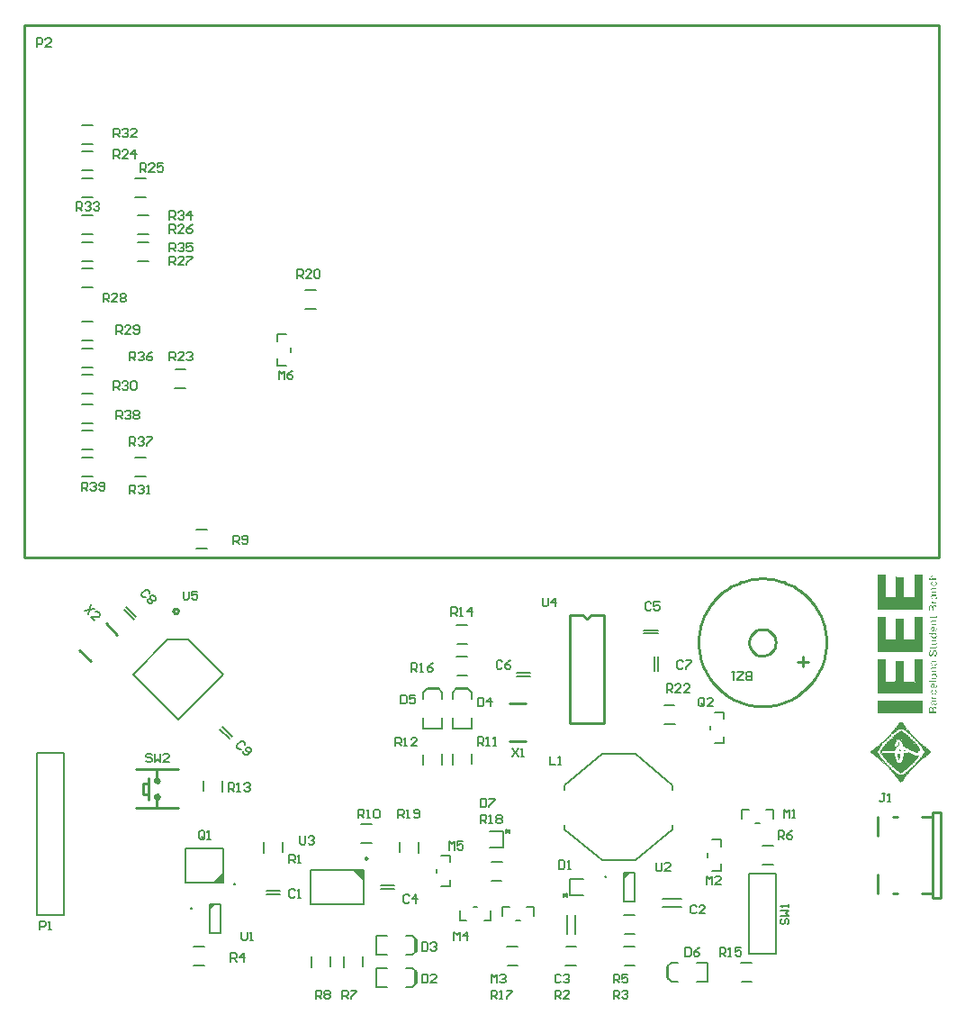
<source format=gto>
G04*
G04 #@! TF.GenerationSoftware,Altium Limited,Altium Designer,19.1.5 (86)*
G04*
G04 Layer_Color=65535*
%FSLAX25Y25*%
%MOIN*%
G70*
G01*
G75*
%ADD10C,0.01000*%
%ADD11C,0.00984*%
%ADD12C,0.00500*%
%ADD13C,0.00787*%
%ADD14C,0.00600*%
%ADD15C,0.00630*%
G36*
X342011Y162445D02*
X340566D01*
Y162239D01*
X340359D01*
Y161620D01*
X340153D01*
Y162033D01*
X339947D01*
Y162239D01*
X340153D01*
Y162652D01*
X342011D01*
Y162445D01*
D02*
G37*
G36*
Y161001D02*
X339328D01*
Y161414D01*
X339947D01*
Y161207D01*
X340359D01*
Y161414D01*
X342011D01*
Y161001D01*
D02*
G37*
G36*
X341804Y160175D02*
X342011D01*
Y159762D01*
X342217D01*
Y159350D01*
X342011D01*
Y159556D01*
X341804D01*
Y159969D01*
X341598D01*
Y160382D01*
X341804D01*
Y160175D01*
D02*
G37*
G36*
X340566Y159969D02*
X340359D01*
Y159143D01*
X340566D01*
Y158937D01*
X341598D01*
Y159143D01*
X341804D01*
Y159350D01*
X342011D01*
Y158937D01*
X341804D01*
Y158730D01*
X341391D01*
Y158524D01*
X340772D01*
Y158730D01*
X340359D01*
Y158937D01*
X340153D01*
Y159350D01*
X339947D01*
Y159762D01*
X340153D01*
Y160175D01*
X340359D01*
Y160382D01*
X340566D01*
Y159969D01*
D02*
G37*
G36*
X342011Y157492D02*
X341804D01*
Y157699D01*
X340772D01*
Y157492D01*
X340359D01*
Y156667D01*
X340566D01*
Y156460D01*
X342011D01*
Y156254D01*
X340153D01*
Y156460D01*
X340359D01*
Y156667D01*
X340153D01*
Y157079D01*
X339947D01*
Y157492D01*
X340153D01*
Y157905D01*
X342011D01*
Y157492D01*
D02*
G37*
G36*
X336851Y150062D02*
X320133D01*
Y162858D01*
X323229D01*
Y154603D01*
X326944D01*
Y162239D01*
X327151D01*
Y162033D01*
X330040D01*
Y154603D01*
X333755D01*
Y162858D01*
X336851D01*
Y150062D01*
D02*
G37*
G36*
X342011Y154603D02*
X342217D01*
Y153983D01*
X342011D01*
Y153777D01*
X341185D01*
Y154190D01*
X341391D01*
Y153983D01*
X341598D01*
Y154190D01*
X341804D01*
Y154396D01*
X342011D01*
Y154603D01*
X341804D01*
Y155016D01*
X340979D01*
Y154809D01*
X340772D01*
Y155016D01*
X340359D01*
Y154190D01*
X340566D01*
Y153777D01*
X340359D01*
Y153983D01*
X340153D01*
Y154396D01*
X339947D01*
Y154809D01*
X340153D01*
Y155222D01*
X340359D01*
Y155428D01*
X342011D01*
Y154603D01*
D02*
G37*
G36*
X340359Y152952D02*
X340566D01*
Y152745D01*
X340772D01*
Y152539D01*
X342011D01*
Y152332D01*
X340153D01*
Y152539D01*
X340359D01*
Y152952D01*
X340153D01*
Y153158D01*
X339947D01*
Y153364D01*
X340359D01*
Y152952D01*
D02*
G37*
G36*
X341804Y151301D02*
X342011D01*
Y149443D01*
X339328D01*
Y151094D01*
X339534D01*
Y151301D01*
X339740D01*
Y151507D01*
X340153D01*
Y151301D01*
X340359D01*
Y151094D01*
X340772D01*
Y149649D01*
X341804D01*
Y150888D01*
X341598D01*
Y151094D01*
X340772D01*
Y151301D01*
X340979D01*
Y151507D01*
X341804D01*
Y151301D01*
D02*
G37*
G36*
X342217Y146966D02*
X342011D01*
Y146760D01*
X340359D01*
Y146554D01*
X340153D01*
Y146760D01*
X339534D01*
Y147173D01*
X340153D01*
Y147585D01*
X340359D01*
Y147173D01*
X341804D01*
Y147379D01*
X342011D01*
Y147585D01*
X342217D01*
Y146966D01*
D02*
G37*
G36*
X342011Y145728D02*
X340566D01*
Y145522D01*
X340359D01*
Y144903D01*
X340153D01*
Y145109D01*
X339947D01*
Y145522D01*
X340153D01*
Y145934D01*
X342011D01*
Y145728D01*
D02*
G37*
G36*
X340566Y144490D02*
X342011D01*
Y144283D01*
X340153D01*
Y144490D01*
X340359D01*
Y144696D01*
X340566D01*
Y144490D01*
D02*
G37*
G36*
X342011Y143045D02*
X342217D01*
Y142426D01*
X342011D01*
Y142839D01*
X341804D01*
Y143251D01*
X342011D01*
Y143045D01*
D02*
G37*
G36*
X341185Y142219D02*
X341391D01*
Y142013D01*
X341598D01*
Y142219D01*
X341804D01*
Y142426D01*
X342011D01*
Y142013D01*
X341804D01*
Y141807D01*
X340566D01*
Y142013D01*
X340153D01*
Y142426D01*
X339947D01*
Y142839D01*
X340153D01*
Y142426D01*
X340359D01*
Y142219D01*
X340979D01*
Y143251D01*
X340566D01*
Y143045D01*
X340359D01*
Y142839D01*
X340153D01*
Y143251D01*
X340359D01*
Y143458D01*
X340772D01*
Y143664D01*
X341185D01*
Y142219D01*
D02*
G37*
G36*
X342011Y140362D02*
X342217D01*
Y139949D01*
X342011D01*
Y139536D01*
X341804D01*
Y139330D01*
X340566D01*
Y139536D01*
X340153D01*
Y139949D01*
X339947D01*
Y140362D01*
X340153D01*
Y140568D01*
X340359D01*
Y139743D01*
X340979D01*
Y139536D01*
X341391D01*
Y139743D01*
X341804D01*
Y140568D01*
X341598D01*
Y140775D01*
X340566D01*
Y140568D01*
X340359D01*
Y140981D01*
X340153D01*
Y140775D01*
X339328D01*
Y141188D01*
X342011D01*
Y140362D01*
D02*
G37*
G36*
X336851Y134377D02*
X320133D01*
Y147173D01*
X323229D01*
Y138917D01*
X326944D01*
Y146554D01*
X330040D01*
Y138917D01*
X333755D01*
Y147173D01*
X336851D01*
Y134377D01*
D02*
G37*
G36*
X342011Y138298D02*
X341804D01*
Y138092D01*
X342011D01*
Y137679D01*
X342217D01*
Y137266D01*
X342011D01*
Y137060D01*
X341804D01*
Y136853D01*
X340153D01*
Y137266D01*
X341804D01*
Y138092D01*
X341598D01*
Y138298D01*
X340153D01*
Y138711D01*
X342011D01*
Y138298D01*
D02*
G37*
G36*
X342217Y135821D02*
X342011D01*
Y135615D01*
X340359D01*
Y135409D01*
X340153D01*
Y135615D01*
X339534D01*
Y136028D01*
X340153D01*
Y136234D01*
X340359D01*
Y136028D01*
X342011D01*
Y136234D01*
X342217D01*
Y135821D01*
D02*
G37*
G36*
X341804Y134583D02*
X342011D01*
Y134170D01*
X342217D01*
Y133345D01*
X342011D01*
Y132932D01*
X341804D01*
Y132726D01*
X341391D01*
Y133138D01*
X341804D01*
Y134377D01*
X341598D01*
Y134583D01*
X341185D01*
Y134377D01*
X340979D01*
Y134170D01*
X340772D01*
Y133138D01*
X340566D01*
Y132932D01*
X340359D01*
Y132726D01*
X339534D01*
Y132932D01*
X339328D01*
Y134377D01*
X339534D01*
Y134790D01*
X339947D01*
Y134377D01*
X339740D01*
Y134170D01*
X339534D01*
Y133138D01*
X340359D01*
Y133551D01*
X340566D01*
Y134377D01*
X340772D01*
Y134790D01*
X341804D01*
Y134583D01*
D02*
G37*
G36*
X342011Y130043D02*
X342217D01*
Y129630D01*
X342011D01*
Y129217D01*
X341185D01*
Y129630D01*
X341804D01*
Y129836D01*
X342011D01*
Y130043D01*
X341804D01*
Y130455D01*
X341185D01*
Y130662D01*
X340979D01*
Y130455D01*
X340772D01*
Y130662D01*
X340566D01*
Y130455D01*
X340359D01*
Y129630D01*
X340566D01*
Y129217D01*
X340359D01*
Y129423D01*
X340153D01*
Y129836D01*
X339947D01*
Y130249D01*
X340153D01*
Y130868D01*
X342011D01*
Y130043D01*
D02*
G37*
G36*
Y128185D02*
X340359D01*
Y127359D01*
X340566D01*
Y127153D01*
X342011D01*
Y126740D01*
X341185D01*
Y126947D01*
X340979D01*
Y126740D01*
X340153D01*
Y127153D01*
X340359D01*
Y127359D01*
X340153D01*
Y127772D01*
X339947D01*
Y128185D01*
X340153D01*
Y128392D01*
X340359D01*
Y128598D01*
X342011D01*
Y128185D01*
D02*
G37*
G36*
X341804Y125915D02*
X342011D01*
Y125502D01*
X342217D01*
Y124883D01*
X342011D01*
Y124470D01*
X341804D01*
Y124264D01*
X340359D01*
Y124470D01*
X340153D01*
Y125089D01*
X339947D01*
Y125296D01*
X340153D01*
Y125915D01*
X340566D01*
Y126121D01*
X341804D01*
Y125915D01*
D02*
G37*
G36*
X342011Y123232D02*
X339328D01*
Y123438D01*
X342011D01*
Y123232D01*
D02*
G37*
G36*
X336851Y118898D02*
X320133D01*
Y131487D01*
X323229D01*
Y123232D01*
X326738D01*
Y123438D01*
X326944D01*
Y130868D01*
X330040D01*
Y123232D01*
X333755D01*
Y131487D01*
X336645D01*
Y131694D01*
X336851D01*
Y118898D01*
D02*
G37*
G36*
X342217Y121374D02*
X342011D01*
Y121787D01*
X342217D01*
Y121374D01*
D02*
G37*
G36*
X341185Y120961D02*
X341598D01*
Y121168D01*
X341804D01*
Y121374D01*
X342011D01*
Y120961D01*
X341804D01*
Y120755D01*
X340359D01*
Y120961D01*
X340153D01*
Y121374D01*
X339947D01*
Y121787D01*
X340153D01*
Y121374D01*
X340359D01*
Y121168D01*
X340566D01*
Y120961D01*
X340979D01*
Y122200D01*
X340566D01*
Y121994D01*
X340359D01*
Y121787D01*
X340153D01*
Y122200D01*
X340359D01*
Y122406D01*
X340979D01*
Y122613D01*
X341185D01*
Y120961D01*
D02*
G37*
G36*
X341804Y119930D02*
X342011D01*
Y119517D01*
X342217D01*
Y119104D01*
X342011D01*
Y119517D01*
X341804D01*
Y119723D01*
X341598D01*
Y120136D01*
X341804D01*
Y119930D01*
D02*
G37*
G36*
X340566Y119723D02*
X340359D01*
Y118898D01*
X340772D01*
Y118691D01*
X341391D01*
Y118898D01*
X341804D01*
Y119104D01*
X342011D01*
Y118691D01*
X341804D01*
Y118485D01*
X340359D01*
Y118691D01*
X340153D01*
Y119104D01*
X339947D01*
Y119517D01*
X340153D01*
Y119930D01*
X340359D01*
Y120136D01*
X340566D01*
Y119723D01*
D02*
G37*
G36*
Y117246D02*
X342011D01*
Y116834D01*
X341598D01*
Y117040D01*
X341391D01*
Y116834D01*
X341185D01*
Y117040D01*
X340979D01*
Y116834D01*
X340772D01*
Y117040D01*
X340566D01*
Y116834D01*
X340153D01*
Y117246D01*
X340359D01*
Y117453D01*
X340566D01*
Y117246D01*
D02*
G37*
G36*
X342011Y115802D02*
X340979D01*
Y115595D01*
X340772D01*
Y115802D01*
X340359D01*
Y114976D01*
X340566D01*
Y114564D01*
X340359D01*
Y114770D01*
X340153D01*
Y115183D01*
X339947D01*
Y115595D01*
X340153D01*
Y116008D01*
X340359D01*
Y116215D01*
X342011D01*
Y115802D01*
D02*
G37*
G36*
X342217Y114770D02*
X342011D01*
Y114564D01*
X341185D01*
Y114770D01*
X340979D01*
Y115389D01*
X341185D01*
Y114976D01*
X341391D01*
Y114770D01*
X341804D01*
Y115183D01*
X342011D01*
Y115389D01*
X342217D01*
Y114770D01*
D02*
G37*
G36*
X341598Y113738D02*
X341804D01*
Y113532D01*
X342011D01*
Y111674D01*
X339328D01*
Y113532D01*
X339534D01*
Y113738D01*
X340359D01*
Y113532D01*
X340772D01*
Y113738D01*
X340979D01*
Y113944D01*
X341598D01*
Y113738D01*
D02*
G37*
G36*
X336851Y111674D02*
X320133D01*
Y116215D01*
X336851D01*
Y111674D01*
D02*
G37*
G36*
X329008Y108372D02*
X329421D01*
Y107959D01*
X329627D01*
Y107753D01*
X329834D01*
Y107340D01*
X330040D01*
Y107133D01*
X330246D01*
Y106927D01*
X330453D01*
Y106514D01*
X330659D01*
Y106308D01*
X330866D01*
Y106102D01*
X331072D01*
Y105689D01*
X331278D01*
Y105482D01*
X331485D01*
Y105276D01*
X331691D01*
Y105070D01*
X331898D01*
Y104863D01*
X332104D01*
Y104451D01*
X332310D01*
Y104244D01*
X332517D01*
Y104038D01*
X332723D01*
Y103831D01*
X332929D01*
Y103625D01*
X333136D01*
Y103419D01*
X333342D01*
Y103212D01*
X333549D01*
Y103006D01*
X333755D01*
Y102799D01*
X333962D01*
Y102593D01*
X334168D01*
Y102387D01*
X334374D01*
Y102180D01*
X334581D01*
Y101974D01*
X334787D01*
Y101768D01*
X334993D01*
Y101561D01*
X335200D01*
Y101355D01*
X335406D01*
Y101148D01*
X335613D01*
Y100942D01*
X335819D01*
Y100735D01*
X336025D01*
Y100529D01*
X336232D01*
Y100323D01*
X336438D01*
Y100116D01*
X336851D01*
Y99910D01*
X337057D01*
Y99704D01*
X337264D01*
Y99497D01*
X337470D01*
Y99291D01*
X337676D01*
Y99084D01*
X338089D01*
Y98878D01*
X338296D01*
Y98672D01*
X338502D01*
Y98465D01*
X338915D01*
Y98259D01*
X339121D01*
Y98053D01*
X339328D01*
Y97846D01*
X339740D01*
Y97640D01*
X339947D01*
Y96814D01*
X339740D01*
Y96608D01*
X339534D01*
Y96401D01*
X339121D01*
Y96195D01*
X338915D01*
Y95989D01*
X338502D01*
Y95782D01*
X338296D01*
Y95576D01*
X338089D01*
Y95369D01*
X337883D01*
Y95163D01*
X337470D01*
Y94957D01*
X337264D01*
Y94750D01*
X337057D01*
Y94544D01*
X336645D01*
Y94337D01*
X336438D01*
Y94131D01*
X336232D01*
Y93925D01*
X336025D01*
Y93718D01*
X335819D01*
Y93512D01*
X335613D01*
Y93306D01*
X335406D01*
Y93099D01*
X335200D01*
Y92893D01*
X334993D01*
Y92686D01*
X334787D01*
Y92480D01*
X334581D01*
Y92274D01*
X334374D01*
Y92067D01*
X334168D01*
Y91861D01*
X333962D01*
Y91654D01*
X333755D01*
Y91448D01*
X333549D01*
Y91242D01*
X333342D01*
Y91035D01*
X333136D01*
Y90829D01*
X332929D01*
Y90623D01*
X332723D01*
Y90416D01*
X332517D01*
Y90210D01*
X332310D01*
Y90003D01*
X332104D01*
Y89797D01*
X331898D01*
Y89384D01*
X331691D01*
Y89178D01*
X331485D01*
Y88971D01*
X331278D01*
Y88765D01*
X331072D01*
Y88352D01*
X330866D01*
Y88146D01*
X330659D01*
Y87940D01*
X330453D01*
Y87733D01*
X330246D01*
Y87320D01*
X330040D01*
Y87114D01*
X329834D01*
Y86701D01*
X329627D01*
Y86495D01*
X329421D01*
Y86288D01*
X329215D01*
Y86082D01*
X329008D01*
Y85876D01*
X328595D01*
Y86082D01*
X328389D01*
Y86288D01*
X328183D01*
Y86495D01*
X327976D01*
Y86908D01*
X327770D01*
Y87114D01*
X327563D01*
Y87527D01*
X327357D01*
Y87733D01*
X327151D01*
Y87940D01*
X326944D01*
Y88352D01*
X326738D01*
Y88559D01*
X326532D01*
Y88765D01*
X326325D01*
Y88971D01*
X326119D01*
Y89384D01*
X325912D01*
Y89591D01*
X325706D01*
Y89797D01*
X325500D01*
Y90003D01*
X325293D01*
Y90210D01*
X325087D01*
Y90416D01*
X324880D01*
Y90623D01*
X324674D01*
Y90829D01*
X324468D01*
Y91242D01*
X324261D01*
Y91448D01*
X324055D01*
Y91654D01*
X323849D01*
Y91861D01*
X323642D01*
Y92067D01*
X323436D01*
Y92274D01*
X323229D01*
Y92480D01*
X323023D01*
Y92686D01*
X322816D01*
Y92893D01*
X322404D01*
Y93099D01*
X322197D01*
Y93306D01*
X321991D01*
Y93512D01*
X321785D01*
Y93718D01*
X321578D01*
Y93925D01*
X321372D01*
Y94131D01*
X321165D01*
Y94337D01*
X320959D01*
Y94544D01*
X320546D01*
Y94750D01*
X320340D01*
Y94957D01*
X320133D01*
Y95163D01*
X319927D01*
Y95369D01*
X319721D01*
Y95576D01*
X319308D01*
Y95782D01*
X319102D01*
Y95989D01*
X318895D01*
Y96195D01*
X318482D01*
Y96401D01*
X318276D01*
Y96608D01*
X318070D01*
Y96814D01*
X317863D01*
Y97021D01*
X317657D01*
Y97433D01*
X317863D01*
Y97640D01*
X318070D01*
Y97846D01*
X318276D01*
Y98053D01*
X318482D01*
Y98259D01*
X318895D01*
Y98465D01*
X319102D01*
Y98672D01*
X319308D01*
Y98878D01*
X319721D01*
Y99084D01*
X319927D01*
Y99291D01*
X320133D01*
Y99497D01*
X320546D01*
Y99704D01*
X320753D01*
Y99910D01*
X320959D01*
Y100116D01*
X321165D01*
Y100323D01*
X321372D01*
Y100529D01*
X321578D01*
Y100735D01*
X321785D01*
Y100942D01*
X322197D01*
Y101148D01*
X322404D01*
Y101355D01*
X322610D01*
Y101561D01*
X322816D01*
Y101768D01*
X323023D01*
Y101974D01*
X323229D01*
Y102180D01*
X323436D01*
Y102387D01*
X323642D01*
Y102593D01*
X323849D01*
Y102799D01*
X324055D01*
Y103006D01*
X324261D01*
Y103212D01*
X324468D01*
Y103419D01*
X324674D01*
Y103625D01*
X324880D01*
Y103831D01*
X325087D01*
Y104244D01*
X325293D01*
Y104451D01*
X325500D01*
Y104657D01*
X325706D01*
Y104863D01*
X325912D01*
Y105070D01*
X326119D01*
Y105276D01*
X326325D01*
Y105689D01*
X326532D01*
Y105895D01*
X326738D01*
Y106102D01*
X326944D01*
Y106308D01*
X327151D01*
Y106721D01*
X327357D01*
Y106927D01*
X327563D01*
Y107133D01*
X327770D01*
Y106927D01*
X327976D01*
Y107133D01*
X327770D01*
Y107546D01*
X327976D01*
Y107753D01*
X328183D01*
Y108166D01*
X328389D01*
Y108372D01*
X328802D01*
Y108578D01*
X329008D01*
Y108372D01*
D02*
G37*
G36*
X226346Y50362D02*
Y52571D01*
X228555D01*
X226346Y50362D01*
D02*
G37*
G36*
X129921Y49606D02*
X125984Y53543D01*
X129921D01*
Y49606D01*
D02*
G37*
G36*
X77953Y48819D02*
X74016D01*
X77953Y52756D01*
Y48819D01*
D02*
G37*
G36*
X72803Y38551D02*
Y40760D01*
X75012D01*
X72803Y38551D01*
D02*
G37*
%LPC*%
G36*
X340359Y151094D02*
X339740D01*
Y150888D01*
X339534D01*
Y149649D01*
X340566D01*
Y150681D01*
X340359D01*
Y151094D01*
D02*
G37*
G36*
X341391Y125915D02*
X340772D01*
Y125708D01*
X340566D01*
Y125502D01*
X340359D01*
Y124677D01*
X340772D01*
Y124470D01*
X341391D01*
Y124677D01*
X341804D01*
Y125089D01*
X342011D01*
Y125296D01*
X341804D01*
Y125708D01*
X341391D01*
Y125915D01*
D02*
G37*
G36*
X334168Y123232D02*
X333962D01*
Y123025D01*
X334168D01*
Y123232D01*
D02*
G37*
G36*
X341598Y113532D02*
X340979D01*
Y113325D01*
X340772D01*
Y112087D01*
X341804D01*
Y113325D01*
X341598D01*
Y113532D01*
D02*
G37*
G36*
X340153D02*
X339740D01*
Y113325D01*
X339534D01*
Y112087D01*
X340566D01*
Y113119D01*
X340359D01*
Y113325D01*
X340153D01*
Y113532D01*
D02*
G37*
G36*
X331278Y105482D02*
X331072D01*
Y105276D01*
X331278D01*
Y105482D01*
D02*
G37*
G36*
X329627Y105689D02*
X328183D01*
Y105482D01*
X327976D01*
Y105276D01*
X327563D01*
Y105070D01*
X327357D01*
Y104863D01*
X327151D01*
Y104657D01*
X326738D01*
Y104451D01*
X326532D01*
Y104244D01*
X326325D01*
Y104038D01*
X326119D01*
Y103831D01*
X325706D01*
Y103625D01*
X325500D01*
Y103831D01*
X325293D01*
Y103625D01*
X325500D01*
Y103419D01*
X325293D01*
Y103212D01*
X325087D01*
Y103006D01*
X324880D01*
Y102799D01*
X324674D01*
Y102593D01*
X324468D01*
Y102387D01*
X324261D01*
Y102180D01*
X324055D01*
Y101974D01*
X323849D01*
Y101768D01*
X323642D01*
Y101561D01*
X323436D01*
Y101355D01*
X323229D01*
Y101148D01*
X323023D01*
Y100942D01*
X322816D01*
Y100735D01*
X322610D01*
Y100529D01*
X322404D01*
Y100323D01*
X322197D01*
Y100529D01*
X321991D01*
Y100323D01*
X322197D01*
Y100116D01*
X321991D01*
Y99704D01*
X321785D01*
Y99497D01*
X321578D01*
Y99291D01*
X321372D01*
Y99084D01*
X321165D01*
Y98672D01*
X320959D01*
Y98465D01*
X320753D01*
Y98053D01*
X320546D01*
Y97640D01*
X320340D01*
Y96814D01*
X320546D01*
Y96401D01*
X320753D01*
Y96195D01*
X320959D01*
Y95782D01*
X321165D01*
Y95576D01*
X321372D01*
Y95369D01*
X321578D01*
Y94957D01*
X321785D01*
Y94750D01*
X321991D01*
Y94544D01*
X322197D01*
Y94337D01*
X322404D01*
Y94131D01*
X322610D01*
Y93925D01*
X322816D01*
Y93512D01*
X323023D01*
Y93306D01*
X323229D01*
Y93099D01*
X323436D01*
Y92893D01*
X323642D01*
Y92686D01*
X323849D01*
Y92480D01*
X324055D01*
Y92274D01*
X324261D01*
Y92067D01*
X324468D01*
Y91861D01*
X324674D01*
Y91654D01*
X324880D01*
Y91448D01*
X325087D01*
Y91242D01*
X325293D01*
Y91035D01*
X325500D01*
Y90829D01*
X325706D01*
Y90623D01*
X326119D01*
Y90416D01*
X326325D01*
Y90210D01*
X326532D01*
Y90003D01*
X326738D01*
Y89797D01*
X326944D01*
Y89591D01*
X327357D01*
Y89384D01*
X327563D01*
Y89178D01*
X327770D01*
Y88971D01*
X328183D01*
Y88765D01*
X328802D01*
Y88559D01*
X329008D01*
Y88765D01*
X329627D01*
Y88971D01*
X329834D01*
Y89178D01*
X330246D01*
Y89384D01*
X330453D01*
Y89591D01*
X330659D01*
Y89797D01*
X331072D01*
Y90003D01*
X331278D01*
Y90210D01*
X331485D01*
Y90416D01*
X331691D01*
Y90623D01*
X331898D01*
Y90829D01*
X332104D01*
Y91035D01*
X332310D01*
Y91242D01*
X332723D01*
Y91448D01*
X332929D01*
Y91654D01*
X333136D01*
Y91861D01*
X333342D01*
Y92067D01*
X333549D01*
Y92274D01*
X333755D01*
Y92480D01*
X333962D01*
Y92686D01*
X334168D01*
Y93099D01*
X334374D01*
Y93306D01*
X334581D01*
Y93512D01*
X334787D01*
Y93718D01*
X334993D01*
Y93925D01*
X335200D01*
Y94131D01*
X335406D01*
Y94337D01*
X335613D01*
Y94544D01*
X335819D01*
Y94750D01*
X336025D01*
Y95163D01*
X336232D01*
Y95369D01*
X336438D01*
Y95576D01*
X336645D01*
Y95989D01*
X336851D01*
Y96195D01*
X337057D01*
Y96608D01*
X337264D01*
Y97021D01*
X337470D01*
Y97433D01*
X337264D01*
Y98053D01*
X337057D01*
Y98259D01*
X336851D01*
Y98672D01*
X336645D01*
Y98878D01*
X336438D01*
Y99084D01*
X336232D01*
Y99497D01*
X336025D01*
Y99704D01*
X335819D01*
Y99910D01*
X335613D01*
Y100116D01*
X335406D01*
Y100529D01*
X335200D01*
Y100735D01*
X334993D01*
Y100942D01*
X334787D01*
Y101148D01*
X334581D01*
Y101355D01*
X334374D01*
Y101561D01*
X334168D01*
Y101768D01*
X333962D01*
Y101974D01*
X333755D01*
Y102180D01*
X333549D01*
Y102387D01*
X333342D01*
Y102593D01*
X333136D01*
Y102799D01*
X332929D01*
Y103006D01*
X332723D01*
Y103212D01*
X332517D01*
Y103419D01*
X332310D01*
Y103625D01*
X332104D01*
Y103831D01*
X331691D01*
Y104038D01*
X331485D01*
Y104244D01*
X331278D01*
Y104451D01*
X331072D01*
Y104657D01*
X330866D01*
Y104863D01*
X330453D01*
Y105070D01*
X330246D01*
Y105276D01*
X329834D01*
Y105482D01*
X329627D01*
Y105689D01*
D02*
G37*
G36*
X339121Y97640D02*
X338915D01*
Y97433D01*
X339121D01*
Y97640D01*
D02*
G37*
G36*
X321785Y94337D02*
X321578D01*
Y94131D01*
X321785D01*
Y94337D01*
D02*
G37*
G36*
X322197Y93925D02*
X321991D01*
Y93718D01*
X322197D01*
Y93925D01*
D02*
G37*
G36*
X322610Y93512D02*
X322404D01*
Y93306D01*
X322610D01*
Y93512D01*
D02*
G37*
G36*
X323436Y92686D02*
X323229D01*
Y92480D01*
X323436D01*
Y92686D01*
D02*
G37*
G36*
X324261Y91861D02*
X324055D01*
Y91654D01*
X324261D01*
Y91861D01*
D02*
G37*
G36*
X330040Y87733D02*
X329834D01*
Y87527D01*
X330040D01*
Y87733D01*
D02*
G37*
%LPD*%
G36*
X329215Y104863D02*
X329627D01*
Y104657D01*
X329834D01*
Y104451D01*
X330040D01*
Y104244D01*
X330453D01*
Y104038D01*
X330659D01*
Y103831D01*
X330866D01*
Y103625D01*
X331072D01*
Y103419D01*
X331485D01*
Y103212D01*
X331691D01*
Y103006D01*
X331898D01*
Y102799D01*
X332104D01*
Y102593D01*
X332310D01*
Y102387D01*
X332517D01*
Y102180D01*
X332723D01*
Y101974D01*
X332929D01*
Y101768D01*
X333136D01*
Y101561D01*
X333342D01*
Y101355D01*
X333549D01*
Y101148D01*
X333755D01*
Y100942D01*
X333962D01*
Y100735D01*
X334168D01*
Y100529D01*
X334374D01*
Y100323D01*
X334581D01*
Y100116D01*
X334787D01*
Y99910D01*
X334993D01*
Y99497D01*
X335200D01*
Y99291D01*
X335406D01*
Y99084D01*
X335613D01*
Y98672D01*
X335819D01*
Y98465D01*
X336025D01*
Y98053D01*
X335819D01*
Y97640D01*
X335613D01*
Y97433D01*
X335406D01*
Y97227D01*
X335200D01*
Y97021D01*
X334168D01*
Y97227D01*
X333549D01*
Y97433D01*
X333136D01*
Y97640D01*
X332723D01*
Y97846D01*
X332310D01*
Y98053D01*
X331898D01*
Y98259D01*
X331485D01*
Y98465D01*
X331072D01*
Y98672D01*
X330659D01*
Y98878D01*
X330246D01*
Y99084D01*
X330040D01*
Y99291D01*
X329627D01*
Y99704D01*
X329421D01*
Y100323D01*
X329215D01*
Y100735D01*
X329008D01*
Y101148D01*
X328802D01*
Y101355D01*
X328595D01*
Y101561D01*
X328183D01*
Y101768D01*
X327770D01*
Y101561D01*
X327563D01*
Y101768D01*
X327357D01*
Y101561D01*
X327151D01*
Y100942D01*
X326944D01*
Y100323D01*
X326738D01*
Y99704D01*
X326532D01*
Y99084D01*
X326944D01*
Y99291D01*
X327151D01*
Y99497D01*
X327357D01*
Y99704D01*
X327770D01*
Y99910D01*
X327976D01*
Y100323D01*
X327770D01*
Y100942D01*
X327976D01*
Y100735D01*
X328183D01*
Y100529D01*
X328389D01*
Y99910D01*
X328183D01*
Y99704D01*
X327976D01*
Y99497D01*
X327770D01*
Y99291D01*
X327563D01*
Y99084D01*
X327357D01*
Y98878D01*
X327151D01*
Y98465D01*
X326944D01*
Y98053D01*
X326738D01*
Y97640D01*
X324468D01*
Y97433D01*
X321991D01*
Y97021D01*
X323849D01*
Y96814D01*
X326532D01*
Y96608D01*
X326738D01*
Y95576D01*
X326944D01*
Y94544D01*
X327151D01*
Y93925D01*
X327357D01*
Y93718D01*
X327563D01*
Y93306D01*
X327976D01*
Y93099D01*
X328389D01*
Y93306D01*
X328802D01*
Y93512D01*
X329008D01*
Y93718D01*
X329215D01*
Y94131D01*
X329421D01*
Y94544D01*
X329627D01*
Y95576D01*
X329834D01*
Y96814D01*
X330246D01*
Y97021D01*
X331485D01*
Y97227D01*
X331898D01*
Y97021D01*
X332104D01*
Y96814D01*
X332517D01*
Y96608D01*
X332929D01*
Y96401D01*
X333136D01*
Y96195D01*
X333755D01*
Y95989D01*
X334168D01*
Y95782D01*
X335613D01*
Y95576D01*
X335406D01*
Y95369D01*
X335200D01*
Y94957D01*
X334993D01*
Y94750D01*
X334787D01*
Y94544D01*
X334581D01*
Y94337D01*
X334374D01*
Y94131D01*
X334168D01*
Y93925D01*
X333962D01*
Y93718D01*
X333755D01*
Y93306D01*
X333549D01*
Y93099D01*
X333342D01*
Y92893D01*
X333136D01*
Y92686D01*
X332929D01*
Y92480D01*
X332723D01*
Y92274D01*
X332517D01*
Y92067D01*
X332310D01*
Y91861D01*
X331898D01*
Y91654D01*
X331691D01*
Y91448D01*
X331485D01*
Y91242D01*
X331278D01*
Y91035D01*
X331072D01*
Y90829D01*
X330866D01*
Y90623D01*
X330659D01*
Y90416D01*
X330246D01*
Y90210D01*
X330040D01*
Y90003D01*
X329834D01*
Y89797D01*
X329421D01*
Y89591D01*
X329008D01*
Y89384D01*
X328595D01*
Y89591D01*
X328183D01*
Y89797D01*
X327976D01*
Y90003D01*
X327770D01*
Y90210D01*
X327357D01*
Y90416D01*
X327151D01*
Y90623D01*
X326944D01*
Y90829D01*
X326738D01*
Y91035D01*
X326532D01*
Y91242D01*
X326119D01*
Y91448D01*
X325912D01*
Y91654D01*
X325706D01*
Y91861D01*
X325500D01*
Y92067D01*
X325293D01*
Y92274D01*
X325087D01*
Y92480D01*
X324880D01*
Y92686D01*
X324674D01*
Y92893D01*
X324468D01*
Y93099D01*
X324261D01*
Y93306D01*
X324055D01*
Y93512D01*
X323849D01*
Y93718D01*
X323642D01*
Y93925D01*
X323436D01*
Y94337D01*
X323229D01*
Y94544D01*
X323023D01*
Y94750D01*
X322816D01*
Y94957D01*
X322610D01*
Y95163D01*
X322404D01*
Y95369D01*
X322197D01*
Y95782D01*
X321991D01*
Y95989D01*
X321785D01*
Y96195D01*
X321578D01*
Y96608D01*
X321372D01*
Y96814D01*
X321165D01*
Y97640D01*
X321372D01*
Y98053D01*
X321578D01*
Y98259D01*
X321785D01*
Y98672D01*
X321991D01*
Y98878D01*
X322197D01*
Y99084D01*
X322404D01*
Y99291D01*
X322610D01*
Y99704D01*
X322816D01*
Y99910D01*
X323023D01*
Y100116D01*
X323229D01*
Y100323D01*
X323436D01*
Y100529D01*
X323642D01*
Y100735D01*
X323849D01*
Y100942D01*
X324055D01*
Y100735D01*
X324261D01*
Y100942D01*
X324055D01*
Y101148D01*
X324261D01*
Y101355D01*
X324468D01*
Y101561D01*
X324674D01*
Y101768D01*
X324880D01*
Y101974D01*
X325087D01*
Y102180D01*
X325293D01*
Y102387D01*
X325500D01*
Y102593D01*
X325706D01*
Y102387D01*
X325912D01*
Y102593D01*
X325706D01*
Y102799D01*
X325912D01*
Y103006D01*
X326119D01*
Y103212D01*
X326325D01*
Y103419D01*
X326532D01*
Y103625D01*
X326944D01*
Y103831D01*
X327151D01*
Y104038D01*
X327357D01*
Y104244D01*
X327770D01*
Y104451D01*
X327976D01*
Y104657D01*
X328183D01*
Y104863D01*
X328802D01*
Y105070D01*
X329215D01*
Y104863D01*
D02*
G37*
G36*
X328595Y97846D02*
X328802D01*
Y97640D01*
X328389D01*
Y97846D01*
X327976D01*
Y98053D01*
X328183D01*
Y98259D01*
X328595D01*
Y97846D01*
D02*
G37*
G36*
X330040Y98053D02*
X330246D01*
Y97846D01*
X330659D01*
Y97640D01*
X331072D01*
Y97433D01*
X329834D01*
Y98259D01*
X330040D01*
Y98053D01*
D02*
G37*
G36*
X335819Y95782D02*
X335613D01*
Y95989D01*
X335819D01*
Y95782D01*
D02*
G37*
G36*
X328595Y94957D02*
X328389D01*
Y94337D01*
X327976D01*
Y94750D01*
X327770D01*
Y95369D01*
X327563D01*
Y96608D01*
X328595D01*
Y94957D01*
D02*
G37*
%LPC*%
G36*
X329215Y101768D02*
X329008D01*
Y101561D01*
X329215D01*
Y101768D01*
D02*
G37*
G36*
X333755Y100529D02*
X333549D01*
Y100323D01*
X333755D01*
Y100529D01*
D02*
G37*
G36*
X321785Y96814D02*
X321578D01*
Y96608D01*
X321785D01*
Y96814D01*
D02*
G37*
%LPD*%
D10*
X301181Y137795D02*
X301160Y138798D01*
X301096Y139799D01*
X300990Y140796D01*
X300841Y141787D01*
X300651Y142772D01*
X300419Y143747D01*
X300146Y144712D01*
X299832Y145665D01*
X299478Y146603D01*
X299084Y147525D01*
X298652Y148430D01*
X298181Y149316D01*
X297674Y150180D01*
X297130Y151023D01*
X296551Y151842D01*
X295938Y152635D01*
X295291Y153402D01*
X294613Y154140D01*
X293904Y154849D01*
X293165Y155528D01*
X292399Y156174D01*
X291605Y156787D01*
X290787Y157366D01*
X289944Y157910D01*
X289079Y158418D01*
X288194Y158888D01*
X287289Y159320D01*
X286367Y159714D01*
X285429Y160068D01*
X284476Y160382D01*
X283511Y160655D01*
X282536Y160887D01*
X281551Y161077D01*
X280559Y161226D01*
X279562Y161332D01*
X278562Y161396D01*
X277559Y161417D01*
X276556Y161396D01*
X275556Y161332D01*
X274559Y161226D01*
X273567Y161077D01*
X272582Y160887D01*
X271607Y160655D01*
X270642Y160382D01*
X269690Y160068D01*
X268751Y159714D01*
X267829Y159320D01*
X266924Y158888D01*
X266039Y158418D01*
X265174Y157910D01*
X264331Y157366D01*
X263513Y156787D01*
X262719Y156174D01*
X261953Y155528D01*
X261214Y154849D01*
X260505Y154140D01*
X259827Y153402D01*
X259180Y152635D01*
X258567Y151842D01*
X257988Y151023D01*
X257444Y150180D01*
X256937Y149316D01*
X256466Y148430D01*
X256034Y147525D01*
X255640Y146603D01*
X255286Y145665D01*
X254972Y144712D01*
X254699Y143747D01*
X254467Y142772D01*
X254277Y141787D01*
X254128Y140796D01*
X254022Y139798D01*
X253958Y138798D01*
X253937Y137795D01*
X253958Y136793D01*
X254022Y135792D01*
X254128Y134795D01*
X254277Y133803D01*
X254467Y132819D01*
X254699Y131843D01*
X254972Y130878D01*
X255286Y129926D01*
X255640Y128988D01*
X256034Y128065D01*
X256466Y127161D01*
X256937Y126275D01*
X257444Y125410D01*
X257988Y124567D01*
X258567Y123749D01*
X259180Y122955D01*
X259827Y122189D01*
X260505Y121450D01*
X261214Y120741D01*
X261953Y120063D01*
X262719Y119416D01*
X263513Y118803D01*
X264331Y118224D01*
X265174Y117680D01*
X266039Y117173D01*
X266924Y116702D01*
X267829Y116270D01*
X268752Y115877D01*
X269690Y115523D01*
X270642Y115209D01*
X271607Y114935D01*
X272582Y114703D01*
X273567Y114513D01*
X274559Y114365D01*
X275556Y114258D01*
X276557Y114195D01*
X277559Y114173D01*
X278562Y114195D01*
X279562Y114258D01*
X280559Y114365D01*
X281551Y114513D01*
X282536Y114703D01*
X283511Y114936D01*
X284476Y115209D01*
X285429Y115523D01*
X286367Y115877D01*
X287289Y116270D01*
X288194Y116703D01*
X289079Y117173D01*
X289944Y117680D01*
X290787Y118224D01*
X291606Y118803D01*
X292399Y119416D01*
X293166Y120063D01*
X293904Y120741D01*
X294613Y121450D01*
X295291Y122189D01*
X295938Y122956D01*
X296551Y123749D01*
X297130Y124568D01*
X297674Y125410D01*
X298182Y126275D01*
X298652Y127161D01*
X299084Y128065D01*
X299478Y128988D01*
X299832Y129926D01*
X300146Y130878D01*
X300419Y131843D01*
X300651Y132819D01*
X300841Y133803D01*
X300990Y134795D01*
X301096Y135792D01*
X301160Y136793D01*
X301181Y137795D01*
X282480D02*
X282380Y138786D01*
X282082Y139736D01*
X281598Y140607D01*
X280950Y141362D01*
X280162Y141972D01*
X279268Y142410D01*
X278304Y142660D01*
X277310Y142710D01*
X276325Y142559D01*
X275392Y142214D01*
X274547Y141687D01*
X273825Y141001D01*
X273256Y140184D01*
X272864Y139269D01*
X272663Y138293D01*
Y137297D01*
X272864Y136322D01*
X273256Y135407D01*
X273825Y134590D01*
X274547Y133904D01*
X275392Y133377D01*
X276325Y133031D01*
X277310Y132880D01*
X278304Y132931D01*
X279268Y133180D01*
X280162Y133619D01*
X280950Y134228D01*
X281598Y134984D01*
X282082Y135855D01*
X282380Y136805D01*
X282480Y137795D01*
X54116Y80709D02*
X53555Y81481D01*
X52647Y81186D01*
Y80232D01*
X53555Y79937D01*
X54116Y80709D01*
Y86614D02*
X53555Y87386D01*
X52647Y87091D01*
Y86137D01*
X53555Y85842D01*
X54116Y86614D01*
X61271Y149425D02*
X60779Y150277D01*
X59795D01*
X59303Y149425D01*
X59795Y148572D01*
X60779D01*
X61271Y149425D01*
X211348Y147953D02*
X211715Y147069D01*
X212598Y146703D01*
X213482Y147069D01*
X213848Y147953D01*
X292520Y128740D02*
Y132677D01*
X290551Y130709D02*
X294488D01*
X4252Y169291D02*
Y366142D01*
X342835D01*
Y169291D02*
Y366142D01*
X4252Y169291D02*
X342835D01*
X48383Y81693D02*
X50351D01*
X48383D02*
Y85630D01*
X50351D01*
Y79724D02*
Y87598D01*
X53304Y76476D02*
Y80709D01*
Y86614D02*
Y90847D01*
X45430Y76476D02*
X61178D01*
X45430Y90847D02*
X61178D01*
X34434Y144755D02*
X38610Y140579D01*
X24691Y135011D02*
X28867Y130835D01*
X184055Y115157D02*
X189961D01*
X184055Y101378D02*
X189961D01*
X340551Y74803D02*
X343504D01*
Y43307D02*
Y74803D01*
X340551Y43307D02*
X343504D01*
X340551D02*
Y44685D01*
Y73228D02*
Y74803D01*
Y44882D02*
Y73228D01*
X336614D02*
X340551D01*
X336614Y44882D02*
X340354D01*
X325984Y73228D02*
X327559D01*
X320079Y66142D02*
Y73228D01*
X325984Y44882D02*
X327559D01*
X320079D02*
Y51968D01*
X206299Y107953D02*
Y147953D01*
Y107953D02*
X218898D01*
Y147953D01*
X213848D02*
X218898D01*
X206299D02*
X211348D01*
D11*
X131201Y57874D02*
X130463Y58300D01*
Y57448D01*
X131201Y57874D01*
D12*
X164439Y137248D02*
X168239D01*
X164339Y144248D02*
X168339D01*
X164439Y125437D02*
X168239D01*
X164339Y132437D02*
X168339D01*
X108236Y261264D02*
X112236D01*
X108336Y268264D02*
X112136D01*
X97894Y251813D02*
X101394D01*
X97894Y240313D02*
X101394D01*
X97894Y249313D02*
Y251813D01*
X102894Y245313D02*
Y246813D01*
X97894Y240313D02*
Y242813D01*
X161949Y56400D02*
Y58900D01*
X156949Y52400D02*
Y53900D01*
X161949Y47400D02*
Y49900D01*
X158449Y58900D02*
X161949D01*
X158449Y47400D02*
X161949D01*
X262343Y62305D02*
Y64805D01*
X257343Y58305D02*
Y59805D01*
X262343Y53305D02*
Y55805D01*
X258842Y64805D02*
X262343D01*
X258842Y53305D02*
X262343D01*
X277628Y55555D02*
X281428D01*
X277528Y62555D02*
X281528D01*
X233657Y141143D02*
X238784D01*
X233657Y142321D02*
X238784D01*
X60108Y238736D02*
X63908D01*
X60008Y231736D02*
X64008D01*
X67982Y179681D02*
X71782D01*
X67882Y172681D02*
X71882D01*
X25659Y329287D02*
X29459D01*
X25559Y322287D02*
X29559D01*
X25659Y312445D02*
X29459D01*
X25559Y319445D02*
X29559D01*
X25659Y309602D02*
X29459D01*
X25559Y302602D02*
X29559D01*
X45344D02*
X49144D01*
X45244Y309602D02*
X49244D01*
X46328Y288823D02*
X50128D01*
X46228Y295823D02*
X50228D01*
X25659D02*
X29459D01*
X25559Y288823D02*
X29559D01*
X25659Y285980D02*
X29459D01*
X25559Y278980D02*
X29559D01*
X46328D02*
X50128D01*
X46228Y285980D02*
X50228D01*
X25659Y269138D02*
X29459D01*
X25559Y276138D02*
X29559D01*
X25659Y249453D02*
X29459D01*
X25559Y256453D02*
X29559D01*
X25659Y246610D02*
X29459D01*
X25559Y239610D02*
X29559D01*
X25659Y229768D02*
X29459D01*
X25559Y236768D02*
X29559D01*
X25659Y225941D02*
X29459D01*
X25559Y218941D02*
X29559D01*
X25659Y216098D02*
X29459D01*
X25559Y209098D02*
X29559D01*
X25659Y206256D02*
X29459D01*
X25559Y199256D02*
X29559D01*
X45344D02*
X49144D01*
X45244Y206256D02*
X49244D01*
X270037Y75925D02*
X272537D01*
X275037Y70925D02*
X276537D01*
X279037Y75925D02*
X281537D01*
X270037Y72425D02*
Y75925D01*
X281537Y72425D02*
Y75925D01*
X263327Y109549D02*
Y112049D01*
X258327Y105549D02*
Y107049D01*
X263327Y100549D02*
Y103049D01*
X259827Y112049D02*
X263327D01*
X259827Y100549D02*
X263327D01*
X241210Y114720D02*
X245010D01*
X241110Y107720D02*
X245110D01*
X70473Y82746D02*
Y86546D01*
X77473Y82646D02*
Y86646D01*
X42065Y150851D02*
X45691Y147226D01*
X41232Y150018D02*
X44858Y146393D01*
X186413Y125395D02*
X191540D01*
X186413Y126573D02*
X191540D01*
X153112Y120489D02*
X157912D01*
X159012Y116939D02*
Y119389D01*
X152012Y105939D02*
X159012D01*
Y109939D01*
X152012Y116939D02*
Y119389D01*
Y105939D02*
Y109939D01*
Y119389D02*
X153512Y120889D01*
X157512D01*
X159012Y119389D01*
X163939Y120489D02*
X168739D01*
X169839Y116939D02*
Y119389D01*
X162839Y105939D02*
X169839D01*
Y109939D01*
X162839Y116939D02*
Y119389D01*
Y105939D02*
Y109939D01*
Y119389D02*
X164339Y120889D01*
X168339D01*
X169839Y119389D01*
X152012Y92588D02*
Y96388D01*
X159012Y92488D02*
Y96488D01*
X169839Y92785D02*
Y96585D01*
X162839Y92685D02*
Y96685D01*
X77498Y106560D02*
X81124Y102934D01*
X76665Y105727D02*
X80291Y102101D01*
X272638Y22480D02*
X282480D01*
X272638D02*
Y52205D01*
X282480Y22480D02*
Y52205D01*
X272638D02*
X282480D01*
X240645Y42913D02*
X247544D01*
X240645Y39764D02*
X247544D01*
X226346Y52571D02*
X230346D01*
X230346Y41941D01*
X226346D02*
X230346D01*
X226346D02*
X226346Y52571D01*
X66998Y18154D02*
X70798D01*
X66898Y25154D02*
X70898D01*
X72803Y40760D02*
X76803D01*
X76803Y30130D01*
X72803D02*
X76803D01*
X72803D02*
X72803Y40760D01*
X99957Y60108D02*
Y63908D01*
X92957Y60008D02*
Y64008D01*
X93893Y44687D02*
X99020D01*
X93893Y45865D02*
X99020D01*
X149032Y23191D02*
Y27991D01*
X145482Y22091D02*
X147932D01*
X134482D02*
Y29091D01*
Y22091D02*
X138482D01*
X145482Y29091D02*
X147932D01*
X134482D02*
X138482D01*
X147932D02*
X149432Y27591D01*
Y23591D02*
Y27591D01*
X147932Y22091D02*
X149432Y23591D01*
X149032Y11379D02*
Y16180D01*
X145482Y10279D02*
X147932D01*
X134482D02*
Y17279D01*
Y10279D02*
X138482D01*
X145482Y17279D02*
X147932D01*
X134482D02*
X138482D01*
X147932D02*
X149432Y15779D01*
Y11779D02*
Y15779D01*
X147932Y10279D02*
X149432Y11779D01*
X129484Y17785D02*
Y21585D01*
X122484Y17685D02*
Y21685D01*
X117673Y17785D02*
Y21585D01*
X110673Y17685D02*
Y21685D01*
X110236Y40945D02*
Y53543D01*
X129921Y40945D02*
Y53543D01*
X110236Y40945D02*
X129921D01*
X110236Y53543D02*
X129921D01*
X143154Y60108D02*
Y63908D01*
X150154Y60008D02*
Y64008D01*
X129006Y70429D02*
X132806D01*
X128905Y63429D02*
X132905D01*
X136216Y47833D02*
X141343D01*
X136216Y46655D02*
X141343D01*
X182677Y67913D02*
X183858D01*
X182677Y67323D02*
X183858Y67913D01*
X182677Y68504D02*
X183858Y67913D01*
X182677Y67323D02*
Y68504D01*
X183858Y67323D02*
Y68504D01*
X176634Y67913D02*
X181595D01*
X176634Y62008D02*
X181595D01*
Y67913D01*
X177234Y49650D02*
X181034D01*
X177134Y56650D02*
X181134D01*
X174510Y34902D02*
X177010D01*
X170510Y39902D02*
X172010D01*
X165510Y34902D02*
X168010D01*
X177010D02*
Y38402D01*
X165510Y34902D02*
Y38402D01*
X181258Y39902D02*
X183758D01*
X186258Y34902D02*
X187758D01*
X190258Y39902D02*
X192758D01*
X181258Y36402D02*
Y39902D01*
X192758Y36402D02*
Y39902D01*
X205118Y30015D02*
Y36914D01*
X208268Y30015D02*
Y36914D01*
X183139Y18154D02*
X186939D01*
X183039Y25153D02*
X187039D01*
X204793D02*
X208593D01*
X204693Y18154D02*
X208693D01*
X226447Y18154D02*
X230246D01*
X226346Y25154D02*
X230346D01*
X226447Y29965D02*
X230246D01*
X226346Y36965D02*
X230346D01*
X269754Y12248D02*
X273553D01*
X269654Y19248D02*
X273654D01*
X242700Y13348D02*
Y18148D01*
X243800Y19248D02*
X246250D01*
X257250Y12248D02*
Y19248D01*
X253250D02*
X257250D01*
X243800Y12248D02*
X246250D01*
X253250D02*
X257250D01*
X242300Y13748D02*
X243800Y12248D01*
X242300Y13748D02*
Y17748D01*
X243800Y19248D01*
X238778Y127357D02*
Y132485D01*
X237600Y127357D02*
Y132485D01*
X206201Y44291D02*
Y50197D01*
X211161D01*
X206201Y44291D02*
X211161D01*
X203937Y43701D02*
Y44882D01*
X205118Y43701D02*
Y44882D01*
X203937Y44291D02*
X205118Y43701D01*
X203937Y44291D02*
X205118Y44882D01*
X203937Y44291D02*
X205118D01*
D13*
X18934Y36850D02*
Y96850D01*
X8934Y36850D02*
Y96850D01*
Y36850D02*
X18934D01*
X8934Y96850D02*
X18934D01*
X57392Y138957D02*
X64964D01*
X77937Y125984D01*
X61178Y109225D02*
X77937Y125984D01*
X44419D02*
X61178Y109225D01*
X44419Y125984D02*
X57392Y138957D01*
D14*
X77953Y48819D02*
Y61417D01*
X63779Y48819D02*
Y61417D01*
Y48819D02*
X77953D01*
X63779Y61417D02*
X77953D01*
X204409Y68487D02*
X218178Y57087D01*
X230641D01*
X218178Y96457D02*
X230641D01*
X204409Y85056D02*
X218178Y96457D01*
X204409Y83272D02*
Y85056D01*
X244409Y83272D02*
Y85056D01*
X230641Y96457D02*
X244409Y85056D01*
Y68487D02*
Y70272D01*
X230641Y57087D02*
X244409Y68487D01*
X204409D02*
Y70272D01*
D15*
X219540Y51284D02*
X219390Y51134D01*
X219540Y50984D01*
X219690Y51134D01*
X219540Y51284D01*
X81937Y48125D02*
X82087Y48275D01*
X81937Y48425D01*
X81787Y48275D01*
X81937Y48125D01*
X65996Y39473D02*
X65847Y39323D01*
X65996Y39173D01*
X66146Y39323D01*
X65996Y39473D01*
X23622Y297638D02*
Y300786D01*
X25196D01*
X25721Y300262D01*
Y299212D01*
X25196Y298687D01*
X23622D01*
X24672D02*
X25721Y297638D01*
X26771Y300262D02*
X27295Y300786D01*
X28345D01*
X28870Y300262D01*
Y299737D01*
X28345Y299212D01*
X27820D01*
X28345D01*
X28870Y298687D01*
Y298163D01*
X28345Y297638D01*
X27295D01*
X26771Y298163D01*
X29919Y300262D02*
X30444Y300786D01*
X31493D01*
X32018Y300262D01*
Y299737D01*
X31493Y299212D01*
X30969D01*
X31493D01*
X32018Y298687D01*
Y298163D01*
X31493Y297638D01*
X30444D01*
X29919Y298163D01*
X25591Y193898D02*
Y197046D01*
X27165D01*
X27690Y196521D01*
Y195472D01*
X27165Y194947D01*
X25591D01*
X26640D02*
X27690Y193898D01*
X28739Y196521D02*
X29264Y197046D01*
X30313D01*
X30838Y196521D01*
Y195997D01*
X30313Y195472D01*
X29789D01*
X30313D01*
X30838Y194947D01*
Y194422D01*
X30313Y193898D01*
X29264D01*
X28739Y194422D01*
X31888D02*
X32412Y193898D01*
X33462D01*
X33987Y194422D01*
Y196521D01*
X33462Y197046D01*
X32412D01*
X31888Y196521D01*
Y195997D01*
X32412Y195472D01*
X33987D01*
X38386Y220472D02*
Y223621D01*
X39960D01*
X40485Y223096D01*
Y222047D01*
X39960Y221522D01*
X38386D01*
X39435D02*
X40485Y220472D01*
X41534Y223096D02*
X42059Y223621D01*
X43109D01*
X43633Y223096D01*
Y222571D01*
X43109Y222047D01*
X42584D01*
X43109D01*
X43633Y221522D01*
Y220997D01*
X43109Y220472D01*
X42059D01*
X41534Y220997D01*
X44683Y223096D02*
X45208Y223621D01*
X46257D01*
X46782Y223096D01*
Y222571D01*
X46257Y222047D01*
X46782Y221522D01*
Y220997D01*
X46257Y220472D01*
X45208D01*
X44683Y220997D01*
Y221522D01*
X45208Y222047D01*
X44683Y222571D01*
Y223096D01*
X45208Y222047D02*
X46257D01*
X43307Y210630D02*
Y213778D01*
X44881D01*
X45406Y213254D01*
Y212204D01*
X44881Y211679D01*
X43307D01*
X44357D02*
X45406Y210630D01*
X46456Y213254D02*
X46981Y213778D01*
X48030D01*
X48555Y213254D01*
Y212729D01*
X48030Y212204D01*
X47505D01*
X48030D01*
X48555Y211679D01*
Y211155D01*
X48030Y210630D01*
X46981D01*
X46456Y211155D01*
X49604Y213778D02*
X51703D01*
Y213254D01*
X49604Y211155D01*
Y210630D01*
X43307Y242126D02*
Y245275D01*
X44881D01*
X45406Y244750D01*
Y243700D01*
X44881Y243176D01*
X43307D01*
X44357D02*
X45406Y242126D01*
X46456Y244750D02*
X46981Y245275D01*
X48030D01*
X48555Y244750D01*
Y244225D01*
X48030Y243700D01*
X47505D01*
X48030D01*
X48555Y243176D01*
Y242651D01*
X48030Y242126D01*
X46981D01*
X46456Y242651D01*
X51703Y245275D02*
X50654Y244750D01*
X49604Y243700D01*
Y242651D01*
X50129Y242126D01*
X51179D01*
X51703Y242651D01*
Y243176D01*
X51179Y243700D01*
X49604D01*
X58071Y282480D02*
Y285629D01*
X59645D01*
X60170Y285104D01*
Y284055D01*
X59645Y283530D01*
X58071D01*
X59120D02*
X60170Y282480D01*
X61220Y285104D02*
X61744Y285629D01*
X62794D01*
X63319Y285104D01*
Y284579D01*
X62794Y284055D01*
X62269D01*
X62794D01*
X63319Y283530D01*
Y283005D01*
X62794Y282480D01*
X61744D01*
X61220Y283005D01*
X66467Y285629D02*
X64368D01*
Y284055D01*
X65418Y284579D01*
X65942D01*
X66467Y284055D01*
Y283005D01*
X65942Y282480D01*
X64893D01*
X64368Y283005D01*
X58071Y294291D02*
Y297440D01*
X59645D01*
X60170Y296915D01*
Y295866D01*
X59645Y295341D01*
X58071D01*
X59120D02*
X60170Y294291D01*
X61220Y296915D02*
X61744Y297440D01*
X62794D01*
X63319Y296915D01*
Y296390D01*
X62794Y295866D01*
X62269D01*
X62794D01*
X63319Y295341D01*
Y294816D01*
X62794Y294291D01*
X61744D01*
X61220Y294816D01*
X65942Y294291D02*
Y297440D01*
X64368Y295866D01*
X66467D01*
X37402Y324803D02*
Y327952D01*
X38976D01*
X39501Y327427D01*
Y326377D01*
X38976Y325853D01*
X37402D01*
X38451D02*
X39501Y324803D01*
X40550Y327427D02*
X41075Y327952D01*
X42125D01*
X42649Y327427D01*
Y326902D01*
X42125Y326377D01*
X41600D01*
X42125D01*
X42649Y325853D01*
Y325328D01*
X42125Y324803D01*
X41075D01*
X40550Y325328D01*
X45798Y324803D02*
X43699D01*
X45798Y326902D01*
Y327427D01*
X45273Y327952D01*
X44223D01*
X43699Y327427D01*
X43307Y192913D02*
Y196062D01*
X44881D01*
X45406Y195537D01*
Y194488D01*
X44881Y193963D01*
X43307D01*
X44357D02*
X45406Y192913D01*
X46456Y195537D02*
X46981Y196062D01*
X48030D01*
X48555Y195537D01*
Y195012D01*
X48030Y194488D01*
X47505D01*
X48030D01*
X48555Y193963D01*
Y193438D01*
X48030Y192913D01*
X46981D01*
X46456Y193438D01*
X49604Y192913D02*
X50654D01*
X50129D01*
Y196062D01*
X49604Y195537D01*
X37402Y231299D02*
Y234448D01*
X38976D01*
X39501Y233923D01*
Y232874D01*
X38976Y232349D01*
X37402D01*
X38451D02*
X39501Y231299D01*
X40550Y233923D02*
X41075Y234448D01*
X42125D01*
X42649Y233923D01*
Y233398D01*
X42125Y232874D01*
X41600D01*
X42125D01*
X42649Y232349D01*
Y231824D01*
X42125Y231299D01*
X41075D01*
X40550Y231824D01*
X43699Y233923D02*
X44223Y234448D01*
X45273D01*
X45798Y233923D01*
Y231824D01*
X45273Y231299D01*
X44223D01*
X43699Y231824D01*
Y233923D01*
X38386Y251969D02*
Y255117D01*
X39960D01*
X40485Y254592D01*
Y253543D01*
X39960Y253018D01*
X38386D01*
X39435D02*
X40485Y251969D01*
X43633D02*
X41534D01*
X43633Y254068D01*
Y254592D01*
X43109Y255117D01*
X42059D01*
X41534Y254592D01*
X44683Y252493D02*
X45208Y251969D01*
X46257D01*
X46782Y252493D01*
Y254592D01*
X46257Y255117D01*
X45208D01*
X44683Y254592D01*
Y254068D01*
X45208Y253543D01*
X46782D01*
X33465Y263779D02*
Y266928D01*
X35039D01*
X35564Y266403D01*
Y265354D01*
X35039Y264829D01*
X33465D01*
X34514D02*
X35564Y263779D01*
X38712D02*
X36613D01*
X38712Y265879D01*
Y266403D01*
X38188Y266928D01*
X37138D01*
X36613Y266403D01*
X39762D02*
X40286Y266928D01*
X41336D01*
X41861Y266403D01*
Y265879D01*
X41336Y265354D01*
X41861Y264829D01*
Y264304D01*
X41336Y263779D01*
X40286D01*
X39762Y264304D01*
Y264829D01*
X40286Y265354D01*
X39762Y265879D01*
Y266403D01*
X40286Y265354D02*
X41336D01*
X58071Y277559D02*
Y280708D01*
X59645D01*
X60170Y280183D01*
Y279133D01*
X59645Y278609D01*
X58071D01*
X59120D02*
X60170Y277559D01*
X63319D02*
X61220D01*
X63319Y279658D01*
Y280183D01*
X62794Y280708D01*
X61744D01*
X61220Y280183D01*
X64368Y280708D02*
X66467D01*
Y280183D01*
X64368Y278084D01*
Y277559D01*
X58071Y289370D02*
Y292519D01*
X59645D01*
X60170Y291994D01*
Y290944D01*
X59645Y290420D01*
X58071D01*
X59120D02*
X60170Y289370D01*
X63319D02*
X61220D01*
X63319Y291469D01*
Y291994D01*
X62794Y292519D01*
X61744D01*
X61220Y291994D01*
X66467Y292519D02*
X65418Y291994D01*
X64368Y290944D01*
Y289895D01*
X64893Y289370D01*
X65942D01*
X66467Y289895D01*
Y290420D01*
X65942Y290944D01*
X64368D01*
X47244Y312008D02*
Y315157D01*
X48818D01*
X49343Y314632D01*
Y313582D01*
X48818Y313057D01*
X47244D01*
X48294D02*
X49343Y312008D01*
X52492D02*
X50393D01*
X52492Y314107D01*
Y314632D01*
X51967Y315157D01*
X50918D01*
X50393Y314632D01*
X55640Y315157D02*
X53541D01*
Y313582D01*
X54591Y314107D01*
X55116D01*
X55640Y313582D01*
Y312533D01*
X55116Y312008D01*
X54066D01*
X53541Y312533D01*
X37402Y316929D02*
Y320078D01*
X38976D01*
X39501Y319553D01*
Y318503D01*
X38976Y317979D01*
X37402D01*
X38451D02*
X39501Y316929D01*
X42649D02*
X40550D01*
X42649Y319028D01*
Y319553D01*
X42125Y320078D01*
X41075D01*
X40550Y319553D01*
X45273Y316929D02*
Y320078D01*
X43699Y318503D01*
X45798D01*
X58071Y242126D02*
Y245275D01*
X59645D01*
X60170Y244750D01*
Y243700D01*
X59645Y243176D01*
X58071D01*
X59120D02*
X60170Y242126D01*
X63319D02*
X61220D01*
X63319Y244225D01*
Y244750D01*
X62794Y245275D01*
X61744D01*
X61220Y244750D01*
X64368D02*
X64893Y245275D01*
X65942D01*
X66467Y244750D01*
Y244225D01*
X65942Y243700D01*
X65418D01*
X65942D01*
X66467Y243176D01*
Y242651D01*
X65942Y242126D01*
X64893D01*
X64368Y242651D01*
X81693Y174213D02*
Y177361D01*
X83267D01*
X83792Y176836D01*
Y175787D01*
X83267Y175262D01*
X81693D01*
X82742D02*
X83792Y174213D01*
X84842Y174737D02*
X85366Y174213D01*
X86416D01*
X86941Y174737D01*
Y176836D01*
X86416Y177361D01*
X85366D01*
X84842Y176836D01*
Y176312D01*
X85366Y175787D01*
X86941D01*
X28801Y151833D02*
X28059Y148122D01*
X30285Y150348D02*
X26575Y149606D01*
X30285Y145896D02*
X28801Y147380D01*
X31770D01*
X32141Y147751D01*
Y148493D01*
X31399Y149235D01*
X30656Y149235D01*
X185039Y98621D02*
X187138Y95472D01*
Y98621D02*
X185039Y95472D01*
X188188D02*
X189237D01*
X188713D01*
Y98621D01*
X188188Y98096D01*
X63147Y156692D02*
Y154068D01*
X63671Y153543D01*
X64721D01*
X65246Y154068D01*
Y156692D01*
X68394D02*
X66295D01*
Y155118D01*
X67345Y155642D01*
X67869D01*
X68394Y155118D01*
Y154068D01*
X67869Y153543D01*
X66820D01*
X66295Y154068D01*
X196100Y154249D02*
Y151625D01*
X196625Y151100D01*
X197674D01*
X198199Y151625D01*
Y154249D01*
X200823Y151100D02*
Y154249D01*
X199249Y152674D01*
X201348D01*
X106299Y66141D02*
Y63517D01*
X106824Y62992D01*
X107873D01*
X108398Y63517D01*
Y66141D01*
X109448Y65616D02*
X109973Y66141D01*
X111022D01*
X111547Y65616D01*
Y65091D01*
X111022Y64566D01*
X110497D01*
X111022D01*
X111547Y64042D01*
Y63517D01*
X111022Y62992D01*
X109973D01*
X109448Y63517D01*
X238189Y56298D02*
Y53674D01*
X238714Y53150D01*
X239763D01*
X240288Y53674D01*
Y56298D01*
X243437Y53150D02*
X241338D01*
X243437Y55249D01*
Y55773D01*
X242912Y56298D01*
X241862D01*
X241338Y55773D01*
X84646Y30708D02*
Y28084D01*
X85170Y27559D01*
X86220D01*
X86745Y28084D01*
Y30708D01*
X87794Y27559D02*
X88844D01*
X88319D01*
Y30708D01*
X87794Y30183D01*
X51466Y96128D02*
X50941Y96653D01*
X49892D01*
X49367Y96128D01*
Y95603D01*
X49892Y95078D01*
X50941D01*
X51466Y94554D01*
Y94029D01*
X50941Y93504D01*
X49892D01*
X49367Y94029D01*
X52516Y96653D02*
Y93504D01*
X53565Y94554D01*
X54615Y93504D01*
Y96653D01*
X57763Y93504D02*
X55664D01*
X57763Y95603D01*
Y96128D01*
X57238Y96653D01*
X56189D01*
X55664Y96128D01*
X284778Y35564D02*
X284253Y35039D01*
Y33989D01*
X284778Y33465D01*
X285302D01*
X285827Y33989D01*
Y35039D01*
X286352Y35564D01*
X286877D01*
X287402Y35039D01*
Y33989D01*
X286877Y33465D01*
X284253Y36613D02*
X287402D01*
X286352Y37663D01*
X287402Y38712D01*
X284253D01*
X287402Y39762D02*
Y40811D01*
Y40286D01*
X284253D01*
X284778Y39762D01*
X242128Y119277D02*
Y122425D01*
X243703D01*
X244227Y121901D01*
Y120851D01*
X243703Y120326D01*
X242128D01*
X243178D02*
X244227Y119277D01*
X247376D02*
X245277D01*
X247376Y121376D01*
Y121901D01*
X246851Y122425D01*
X245802D01*
X245277Y121901D01*
X250524Y119277D02*
X248426D01*
X250524Y121376D01*
Y121901D01*
X250000Y122425D01*
X248950D01*
X248426Y121901D01*
X105315Y272638D02*
Y275786D01*
X106889D01*
X107414Y275262D01*
Y274212D01*
X106889Y273687D01*
X105315D01*
X106365D02*
X107414Y272638D01*
X110563D02*
X108464D01*
X110563Y274737D01*
Y275262D01*
X110038Y275786D01*
X108988D01*
X108464Y275262D01*
X111612D02*
X112137Y275786D01*
X113186D01*
X113711Y275262D01*
Y273163D01*
X113186Y272638D01*
X112137D01*
X111612Y273163D01*
Y275262D01*
X142717Y72835D02*
Y75983D01*
X144291D01*
X144816Y75459D01*
Y74409D01*
X144291Y73884D01*
X142717D01*
X143766D02*
X144816Y72835D01*
X145865D02*
X146915D01*
X146390D01*
Y75983D01*
X145865Y75459D01*
X148489Y73359D02*
X149014Y72835D01*
X150063D01*
X150588Y73359D01*
Y75459D01*
X150063Y75983D01*
X149014D01*
X148489Y75459D01*
Y74934D01*
X149014Y74409D01*
X150588D01*
X173228Y70866D02*
Y74015D01*
X174803D01*
X175327Y73490D01*
Y72440D01*
X174803Y71916D01*
X173228D01*
X174278D02*
X175327Y70866D01*
X176377D02*
X177427D01*
X176902D01*
Y74015D01*
X176377Y73490D01*
X179001D02*
X179525Y74015D01*
X180575D01*
X181100Y73490D01*
Y72965D01*
X180575Y72440D01*
X181100Y71916D01*
Y71391D01*
X180575Y70866D01*
X179525D01*
X179001Y71391D01*
Y71916D01*
X179525Y72440D01*
X179001Y72965D01*
Y73490D01*
X179525Y72440D02*
X180575D01*
X177165Y5906D02*
Y9054D01*
X178740D01*
X179264Y8529D01*
Y7480D01*
X178740Y6955D01*
X177165D01*
X178215D02*
X179264Y5906D01*
X180314D02*
X181363D01*
X180839D01*
Y9054D01*
X180314Y8529D01*
X182938Y9054D02*
X185037D01*
Y8529D01*
X182938Y6430D01*
Y5906D01*
X147638Y126969D02*
Y130117D01*
X149212D01*
X149737Y129592D01*
Y128543D01*
X149212Y128018D01*
X147638D01*
X148687D02*
X149737Y126969D01*
X150786D02*
X151836D01*
X151311D01*
Y130117D01*
X150786Y129592D01*
X155509Y130117D02*
X154460Y129592D01*
X153410Y128543D01*
Y127493D01*
X153935Y126969D01*
X154984D01*
X155509Y127493D01*
Y128018D01*
X154984Y128543D01*
X153410D01*
X261811Y21654D02*
Y24802D01*
X263385D01*
X263910Y24277D01*
Y23228D01*
X263385Y22703D01*
X261811D01*
X262861D02*
X263910Y21654D01*
X264960D02*
X266009D01*
X265484D01*
Y24802D01*
X264960Y24277D01*
X269683Y24802D02*
X267583D01*
Y23228D01*
X268633Y23753D01*
X269158D01*
X269683Y23228D01*
Y22178D01*
X269158Y21654D01*
X268108D01*
X267583Y22178D01*
X162402Y147638D02*
Y150786D01*
X163976D01*
X164501Y150262D01*
Y149212D01*
X163976Y148687D01*
X162402D01*
X163451D02*
X164501Y147638D01*
X165550D02*
X166600D01*
X166075D01*
Y150786D01*
X165550Y150262D01*
X169748Y147638D02*
Y150786D01*
X168174Y149212D01*
X170273D01*
X79879Y82677D02*
Y85826D01*
X81453D01*
X81978Y85301D01*
Y84251D01*
X81453Y83727D01*
X79879D01*
X80928D02*
X81978Y82677D01*
X83027D02*
X84077D01*
X83552D01*
Y85826D01*
X83027Y85301D01*
X85651D02*
X86176Y85826D01*
X87226D01*
X87750Y85301D01*
Y84776D01*
X87226Y84251D01*
X86701D01*
X87226D01*
X87750Y83727D01*
Y83202D01*
X87226Y82677D01*
X86176D01*
X85651Y83202D01*
X141732Y99410D02*
Y102558D01*
X143307D01*
X143831Y102033D01*
Y100984D01*
X143307Y100459D01*
X141732D01*
X142782D02*
X143831Y99410D01*
X144881D02*
X145930D01*
X145406D01*
Y102558D01*
X144881Y102033D01*
X149604Y99410D02*
X147505D01*
X149604Y101508D01*
Y102033D01*
X149079Y102558D01*
X148029D01*
X147505Y102033D01*
X172244Y99606D02*
Y102755D01*
X173818D01*
X174343Y102230D01*
Y101181D01*
X173818Y100656D01*
X172244D01*
X173294D02*
X174343Y99606D01*
X175393D02*
X176442D01*
X175917D01*
Y102755D01*
X175393Y102230D01*
X178016Y99606D02*
X179066D01*
X178541D01*
Y102755D01*
X178016Y102230D01*
X127953Y72835D02*
Y75983D01*
X129527D01*
X130052Y75459D01*
Y74409D01*
X129527Y73884D01*
X127953D01*
X129002D02*
X130052Y72835D01*
X131101D02*
X132151D01*
X131626D01*
Y75983D01*
X131101Y75459D01*
X133725D02*
X134250Y75983D01*
X135300D01*
X135824Y75459D01*
Y73359D01*
X135300Y72835D01*
X134250D01*
X133725Y73359D01*
Y75459D01*
X112205Y5906D02*
Y9054D01*
X113779D01*
X114304Y8529D01*
Y7480D01*
X113779Y6955D01*
X112205D01*
X113254D02*
X114304Y5906D01*
X115353Y8529D02*
X115878Y9054D01*
X116928D01*
X117452Y8529D01*
Y8005D01*
X116928Y7480D01*
X117452Y6955D01*
Y6430D01*
X116928Y5906D01*
X115878D01*
X115353Y6430D01*
Y6955D01*
X115878Y7480D01*
X115353Y8005D01*
Y8529D01*
X115878Y7480D02*
X116928D01*
X122047Y5906D02*
Y9054D01*
X123621D01*
X124146Y8529D01*
Y7480D01*
X123621Y6955D01*
X122047D01*
X123097D02*
X124146Y5906D01*
X125196Y9054D02*
X127295D01*
Y8529D01*
X125196Y6430D01*
Y5906D01*
X283465Y64961D02*
Y68109D01*
X285039D01*
X285564Y67585D01*
Y66535D01*
X285039Y66010D01*
X283465D01*
X284514D02*
X285564Y64961D01*
X288712Y68109D02*
X287663Y67585D01*
X286613Y66535D01*
Y65485D01*
X287138Y64961D01*
X288188D01*
X288712Y65485D01*
Y66010D01*
X288188Y66535D01*
X286613D01*
X222441Y11811D02*
Y14960D01*
X224015D01*
X224540Y14435D01*
Y13385D01*
X224015Y12861D01*
X222441D01*
X223491D02*
X224540Y11811D01*
X227689Y14960D02*
X225589D01*
Y13385D01*
X226639Y13910D01*
X227164D01*
X227689Y13385D01*
Y12336D01*
X227164Y11811D01*
X226114D01*
X225589Y12336D01*
X80709Y19685D02*
Y22834D01*
X82283D01*
X82808Y22309D01*
Y21259D01*
X82283Y20735D01*
X80709D01*
X81758D02*
X82808Y19685D01*
X85432D02*
Y22834D01*
X83857Y21259D01*
X85956D01*
X222441Y5906D02*
Y9054D01*
X224015D01*
X224540Y8529D01*
Y7480D01*
X224015Y6955D01*
X222441D01*
X223491D02*
X224540Y5906D01*
X225589Y8529D02*
X226114Y9054D01*
X227164D01*
X227689Y8529D01*
Y8005D01*
X227164Y7480D01*
X226639D01*
X227164D01*
X227689Y6955D01*
Y6430D01*
X227164Y5906D01*
X226114D01*
X225589Y6430D01*
X200787Y5906D02*
Y9054D01*
X202362D01*
X202887Y8529D01*
Y7480D01*
X202362Y6955D01*
X200787D01*
X201837D02*
X202887Y5906D01*
X206035D02*
X203936D01*
X206035Y8005D01*
Y8529D01*
X205510Y9054D01*
X204461D01*
X203936Y8529D01*
X102362Y56102D02*
Y59251D01*
X103937D01*
X104461Y58726D01*
Y57677D01*
X103937Y57152D01*
X102362D01*
X103412D02*
X104461Y56102D01*
X105511D02*
X106560D01*
X106036D01*
Y59251D01*
X105511Y58726D01*
X256036Y114698D02*
Y116797D01*
X255511Y117322D01*
X254462D01*
X253937Y116797D01*
Y114698D01*
X254462Y114173D01*
X255511D01*
X254987Y115223D02*
X256036Y114173D01*
X255511D02*
X256036Y114698D01*
X259185Y114173D02*
X257086D01*
X259185Y116272D01*
Y116797D01*
X258660Y117322D01*
X257610D01*
X257086Y116797D01*
X70997Y65485D02*
Y67585D01*
X70472Y68109D01*
X69422D01*
X68898Y67585D01*
Y65485D01*
X69422Y64961D01*
X70472D01*
X69947Y66010D02*
X70997Y64961D01*
X70472D02*
X70997Y65485D01*
X72046Y64961D02*
X73096D01*
X72571D01*
Y68109D01*
X72046Y67585D01*
X8858Y358268D02*
Y361416D01*
X10433D01*
X10957Y360892D01*
Y359842D01*
X10433Y359317D01*
X8858D01*
X14106Y358268D02*
X12007D01*
X14106Y360367D01*
Y360892D01*
X13581Y361416D01*
X12532D01*
X12007Y360892D01*
X9997Y31496D02*
Y34645D01*
X11571D01*
X12096Y34120D01*
Y33070D01*
X11571Y32546D01*
X9997D01*
X13146Y31496D02*
X14195D01*
X13670D01*
Y34645D01*
X13146Y34120D01*
X98425Y235236D02*
Y238385D01*
X99475Y237335D01*
X100524Y238385D01*
Y235236D01*
X103673Y238385D02*
X102623Y237860D01*
X101574Y236810D01*
Y235761D01*
X102099Y235236D01*
X103148D01*
X103673Y235761D01*
Y236286D01*
X103148Y236810D01*
X101574D01*
X161417Y61024D02*
Y64172D01*
X162467Y63123D01*
X163516Y64172D01*
Y61024D01*
X166665Y64172D02*
X164566D01*
Y62598D01*
X165615Y63123D01*
X166140D01*
X166665Y62598D01*
Y61548D01*
X166140Y61024D01*
X165091D01*
X164566Y61548D01*
X163386Y27559D02*
Y30708D01*
X164435Y29658D01*
X165485Y30708D01*
Y27559D01*
X168109D02*
Y30708D01*
X166534Y29133D01*
X168633D01*
X177165Y11811D02*
Y14960D01*
X178215Y13910D01*
X179264Y14960D01*
Y11811D01*
X180314Y14435D02*
X180839Y14960D01*
X181888D01*
X182413Y14435D01*
Y13910D01*
X181888Y13385D01*
X181363D01*
X181888D01*
X182413Y12861D01*
Y12336D01*
X181888Y11811D01*
X180839D01*
X180314Y12336D01*
X256890Y48228D02*
Y51377D01*
X257939Y50327D01*
X258989Y51377D01*
Y48228D01*
X262137D02*
X260038D01*
X262137Y50327D01*
Y50852D01*
X261613Y51377D01*
X260563D01*
X260038Y50852D01*
X285433Y72835D02*
Y75983D01*
X286483Y74934D01*
X287532Y75983D01*
Y72835D01*
X288582D02*
X289631D01*
X289106D01*
Y75983D01*
X288582Y75459D01*
X198819Y95668D02*
Y92520D01*
X200918D01*
X201968D02*
X203017D01*
X202492D01*
Y95668D01*
X201968Y95144D01*
X322965Y81889D02*
X321916D01*
X322440D01*
Y79265D01*
X321916Y78740D01*
X321391D01*
X320866Y79265D01*
X324015Y78740D02*
X325064D01*
X324539D01*
Y81889D01*
X324015Y81364D01*
X173228Y79920D02*
Y76772D01*
X174803D01*
X175327Y77296D01*
Y79396D01*
X174803Y79920D01*
X173228D01*
X176377D02*
X178476D01*
Y79396D01*
X176377Y77296D01*
Y76772D01*
X249016Y24802D02*
Y21654D01*
X250590D01*
X251115Y22178D01*
Y24277D01*
X250590Y24802D01*
X249016D01*
X254263D02*
X253214Y24277D01*
X252164Y23228D01*
Y22178D01*
X252689Y21654D01*
X253739D01*
X254263Y22178D01*
Y22703D01*
X253739Y23228D01*
X252164D01*
X143701Y118306D02*
Y115157D01*
X145275D01*
X145800Y115682D01*
Y117781D01*
X145275Y118306D01*
X143701D01*
X148948D02*
X146849D01*
Y116732D01*
X147899Y117256D01*
X148424D01*
X148948Y116732D01*
Y115682D01*
X148424Y115157D01*
X147374D01*
X146849Y115682D01*
X172244Y117322D02*
Y114173D01*
X173818D01*
X174343Y114698D01*
Y116797D01*
X173818Y117322D01*
X172244D01*
X176967Y114173D02*
Y117322D01*
X175393Y115747D01*
X177492D01*
X151575Y26771D02*
Y23622D01*
X153149D01*
X153674Y24147D01*
Y26246D01*
X153149Y26771D01*
X151575D01*
X154723Y26246D02*
X155248Y26771D01*
X156298D01*
X156823Y26246D01*
Y25721D01*
X156298Y25196D01*
X155773D01*
X156298D01*
X156823Y24672D01*
Y24147D01*
X156298Y23622D01*
X155248D01*
X154723Y24147D01*
X151575Y14960D02*
Y11811D01*
X153149D01*
X153674Y12336D01*
Y14435D01*
X153149Y14960D01*
X151575D01*
X156823Y11811D02*
X154723D01*
X156823Y13910D01*
Y14435D01*
X156298Y14960D01*
X155248D01*
X154723Y14435D01*
X202300Y57149D02*
Y54000D01*
X203874D01*
X204399Y54525D01*
Y56624D01*
X203874Y57149D01*
X202300D01*
X205449Y54000D02*
X206498D01*
X205973D01*
Y57149D01*
X205449Y56624D01*
X86017Y99780D02*
Y100523D01*
X85275Y101265D01*
X84532Y101265D01*
X83048Y99780D01*
Y99038D01*
X83790Y98296D01*
X84532Y98296D01*
X85275Y97554D02*
Y96812D01*
X86017Y96070D01*
X86759Y96070D01*
X88243Y97554D01*
Y98296D01*
X87501Y99038D01*
X86759Y99038D01*
X86388Y98667D01*
X86388Y97925D01*
X87501Y96812D01*
X50584Y155883D02*
Y156625D01*
X49842Y157367D01*
X49099Y157367D01*
X47615Y155883D01*
Y155141D01*
X48357Y154399D01*
X49099Y154399D01*
X51326Y155141D02*
X52068Y155141D01*
X52810Y154399D01*
Y153656D01*
X52439Y153285D01*
X51697D01*
X51697Y152543D01*
X51326Y152172D01*
X50584Y152172D01*
X49842Y152914D01*
Y153656D01*
X50213Y154027D01*
X50955D01*
X50955Y154770D01*
X51326Y155141D01*
X50955Y154027D02*
X51697Y153285D01*
X248162Y130577D02*
X247637Y131101D01*
X246588D01*
X246063Y130577D01*
Y128478D01*
X246588Y127953D01*
X247637D01*
X248162Y128478D01*
X249212Y131101D02*
X251311D01*
Y130577D01*
X249212Y128478D01*
Y127953D01*
X181233Y130577D02*
X180708Y131101D01*
X179659D01*
X179134Y130577D01*
Y128478D01*
X179659Y127953D01*
X180708D01*
X181233Y128478D01*
X184381Y131101D02*
X183332Y130577D01*
X182282Y129527D01*
Y128478D01*
X182807Y127953D01*
X183857D01*
X184381Y128478D01*
Y129002D01*
X183857Y129527D01*
X182282D01*
X236351Y152230D02*
X235826Y152755D01*
X234777D01*
X234252Y152230D01*
Y150131D01*
X234777Y149606D01*
X235826D01*
X236351Y150131D01*
X239500Y152755D02*
X237401D01*
Y151181D01*
X238450Y151705D01*
X238975D01*
X239500Y151181D01*
Y150131D01*
X238975Y149606D01*
X237925D01*
X237401Y150131D01*
X146784Y43962D02*
X146259Y44487D01*
X145210D01*
X144685Y43962D01*
Y41863D01*
X145210Y41339D01*
X146259D01*
X146784Y41863D01*
X149408Y41339D02*
Y44487D01*
X147834Y42913D01*
X149933D01*
X202887Y14435D02*
X202362Y14960D01*
X201312D01*
X200787Y14435D01*
Y12336D01*
X201312Y11811D01*
X202362D01*
X202887Y12336D01*
X203936Y14435D02*
X204461Y14960D01*
X205510D01*
X206035Y14435D01*
Y13910D01*
X205510Y13385D01*
X204985D01*
X205510D01*
X206035Y12861D01*
Y12336D01*
X205510Y11811D01*
X204461D01*
X203936Y12336D01*
X253083Y40025D02*
X252559Y40550D01*
X251509D01*
X250984Y40025D01*
Y37926D01*
X251509Y37402D01*
X252559D01*
X253083Y37926D01*
X256232Y37402D02*
X254133D01*
X256232Y39501D01*
Y40025D01*
X255707Y40550D01*
X254658D01*
X254133Y40025D01*
X104461Y45931D02*
X103937Y46456D01*
X102887D01*
X102362Y45931D01*
Y43832D01*
X102887Y43307D01*
X103937D01*
X104461Y43832D01*
X105511Y43307D02*
X106560D01*
X106036D01*
Y46456D01*
X105511Y45931D01*
X273622Y123820D02*
Y126969D01*
X272048D01*
X271523Y126444D01*
Y125919D01*
X272048Y125394D01*
X273622D01*
X272048D01*
X271523Y124870D01*
Y124345D01*
X272048Y123820D01*
X273622D01*
X270474D02*
X268374D01*
Y124345D01*
X270474Y126444D01*
Y126969D01*
X268374D01*
X267325D02*
X266275D01*
X266800D01*
Y123820D01*
X267325Y124345D01*
M02*

</source>
